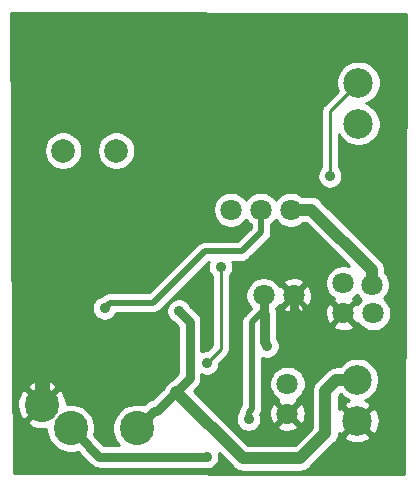
<source format=gbr>
G04 #@! TF.GenerationSoftware,KiCad,Pcbnew,5.1.5-52549c5~86~ubuntu18.04.1*
G04 #@! TF.CreationDate,2020-08-23T11:51:57-07:00*
G04 #@! TF.ProjectId,heat2sound_rx_rev01,68656174-3273-46f7-956e-645f72785f72,rev?*
G04 #@! TF.SameCoordinates,Original*
G04 #@! TF.FileFunction,Copper,L2,Bot*
G04 #@! TF.FilePolarity,Positive*
%FSLAX46Y46*%
G04 Gerber Fmt 4.6, Leading zero omitted, Abs format (unit mm)*
G04 Created by KiCad (PCBNEW 5.1.5-52549c5~86~ubuntu18.04.1) date 2020-08-23 11:51:57*
%MOMM*%
%LPD*%
G04 APERTURE LIST*
%ADD10C,1.800000*%
%ADD11C,2.900000*%
%ADD12C,1.998980*%
%ADD13C,2.500000*%
%ADD14C,0.889000*%
%ADD15C,1.270000*%
%ADD16C,0.762000*%
%ADD17C,1.016000*%
%ADD18C,0.508000*%
%ADD19C,0.254000*%
G04 APERTURE END LIST*
D10*
X176009840Y-121000000D03*
X173469840Y-121000000D03*
X175500000Y-128490160D03*
X175500000Y-131030160D03*
D11*
X162750000Y-132250000D03*
X157150000Y-132250000D03*
X154700000Y-130250000D03*
D12*
X161000760Y-108750000D03*
X156499880Y-108750000D03*
D10*
X175790000Y-113750000D03*
X173250000Y-113750000D03*
X170710000Y-113750000D03*
D13*
X181400000Y-128149940D03*
X181400000Y-131650060D03*
X181500000Y-102999940D03*
X181500000Y-106500060D03*
D10*
X182770000Y-122520000D03*
X180230000Y-122520000D03*
X180230000Y-119980000D03*
X182627000Y-120123000D03*
D14*
X156760000Y-125130000D03*
X169270000Y-109100000D03*
X171610000Y-106690000D03*
X164390000Y-116630000D03*
X156510000Y-116840000D03*
X183730000Y-116160000D03*
X162890000Y-126800000D03*
X166313271Y-122339689D03*
X168650000Y-134660000D03*
X172200000Y-131500000D03*
X173770000Y-125290000D03*
X179080000Y-110920000D03*
X160007500Y-122070000D03*
X168670000Y-126730000D03*
X169840000Y-118580000D03*
D15*
X154700000Y-128199391D02*
X155910000Y-126989391D01*
X154700000Y-130250000D02*
X154700000Y-128199391D01*
D16*
X176009840Y-122272792D02*
X176750000Y-123012952D01*
X176009840Y-121000000D02*
X176009840Y-122272792D01*
X176750000Y-123012952D02*
X176750000Y-123750000D01*
X164199999Y-130800001D02*
X164409999Y-130800001D01*
X162750000Y-132250000D02*
X164199999Y-130800001D01*
X167210000Y-128000000D02*
X167210000Y-123236418D01*
X167210000Y-123236418D02*
X166313271Y-122339689D01*
D17*
X179632234Y-128149940D02*
X178700000Y-129082174D01*
X181400000Y-128149940D02*
X179632234Y-128149940D01*
X178700000Y-129082174D02*
X178700000Y-132700000D01*
X178700000Y-132700000D02*
X176600000Y-134800000D01*
X171700000Y-134800000D02*
X166100000Y-129200000D01*
X176600000Y-134800000D02*
X171700000Y-134800000D01*
D16*
X164409999Y-130800001D02*
X166100000Y-129200000D01*
X166100000Y-129200000D02*
X167210000Y-128000000D01*
X157150000Y-132250000D02*
X158599999Y-133699999D01*
D18*
X160000000Y-134800000D02*
X168360000Y-134570000D01*
D16*
X160140000Y-134660000D02*
X168650000Y-134660000D01*
X159560000Y-134660000D02*
X157150000Y-132250000D01*
X168650000Y-134660000D02*
X159560000Y-134660000D01*
D18*
X172200000Y-130871383D02*
X172460000Y-130611383D01*
X172200000Y-131500000D02*
X172200000Y-130871383D01*
X172460000Y-123290000D02*
X173480000Y-122270000D01*
X172460000Y-130611383D02*
X172460000Y-123290000D01*
X173770000Y-122560000D02*
X173480000Y-122270000D01*
X173770000Y-125290000D02*
X173770000Y-122560000D01*
D16*
X173469840Y-124989840D02*
X173770000Y-125290000D01*
X173469840Y-121000000D02*
X173469840Y-124989840D01*
D19*
X179080000Y-105419940D02*
X179999940Y-104500000D01*
X179080000Y-110920000D02*
X179080000Y-105419940D01*
X179999940Y-104500000D02*
X181500000Y-102999940D01*
D17*
X177062792Y-113750000D02*
X175790000Y-113750000D01*
X177526792Y-113750000D02*
X177062792Y-113750000D01*
X182627000Y-118850208D02*
X177526792Y-113750000D01*
X182627000Y-120123000D02*
X182627000Y-118850208D01*
D18*
X160451999Y-121625501D02*
X164144499Y-121625501D01*
X160007500Y-122070000D02*
X160451999Y-121625501D01*
X164144499Y-121625501D02*
X168490000Y-117280000D01*
X168490000Y-117280000D02*
X171620000Y-117280000D01*
X173250000Y-115650000D02*
X173250000Y-113750000D01*
X171620000Y-117280000D02*
X173250000Y-115650000D01*
D19*
X168670000Y-126730000D02*
X169840000Y-125560000D01*
X169840000Y-125560000D02*
X169840000Y-118580000D01*
G36*
X185521318Y-97185783D02*
G01*
X185373483Y-136122559D01*
X152328748Y-136007489D01*
X152306528Y-131706052D01*
X153423553Y-131706052D01*
X153573548Y-132016493D01*
X153939819Y-132202311D01*
X154335303Y-132313101D01*
X154744801Y-132344609D01*
X155073000Y-132305181D01*
X155073000Y-132454567D01*
X155152818Y-132855839D01*
X155309386Y-133233829D01*
X155536689Y-133574011D01*
X155825989Y-133863311D01*
X156166171Y-134090614D01*
X156544161Y-134247182D01*
X156945433Y-134327000D01*
X157354567Y-134327000D01*
X157727326Y-134252853D01*
X158812224Y-135337751D01*
X158843788Y-135376212D01*
X158882249Y-135407776D01*
X158882251Y-135407778D01*
X158997276Y-135502177D01*
X159172389Y-135595776D01*
X159362397Y-135653415D01*
X159510482Y-135668000D01*
X159510493Y-135668000D01*
X159560000Y-135672876D01*
X159609507Y-135668000D01*
X159834156Y-135668000D01*
X159851238Y-135672673D01*
X159980973Y-135681856D01*
X160484609Y-135668000D01*
X168283562Y-135668000D01*
X168337455Y-135690323D01*
X168544466Y-135731500D01*
X168755534Y-135731500D01*
X168962545Y-135690323D01*
X169157546Y-135609551D01*
X169333042Y-135492289D01*
X169482289Y-135343042D01*
X169599551Y-135167546D01*
X169680323Y-134972545D01*
X169721500Y-134765534D01*
X169721500Y-134554466D01*
X169689758Y-134394890D01*
X170858009Y-135563141D01*
X170893551Y-135606449D01*
X171066377Y-135748284D01*
X171263553Y-135853676D01*
X171477501Y-135918577D01*
X171700000Y-135940491D01*
X171755751Y-135935000D01*
X176544249Y-135935000D01*
X176600000Y-135940491D01*
X176655751Y-135935000D01*
X176655752Y-135935000D01*
X176822499Y-135918577D01*
X177036447Y-135853676D01*
X177233623Y-135748284D01*
X177406449Y-135606449D01*
X177441996Y-135563135D01*
X179463141Y-133541991D01*
X179506449Y-133506449D01*
X179648284Y-133333623D01*
X179753676Y-133136447D01*
X179806089Y-132963665D01*
X180266000Y-132963665D01*
X180391914Y-133253637D01*
X180724126Y-133419493D01*
X181082312Y-133517350D01*
X181452706Y-133543449D01*
X181821075Y-133496785D01*
X182173262Y-133379154D01*
X182408086Y-133253637D01*
X182534000Y-132963665D01*
X181400000Y-131829665D01*
X180266000Y-132963665D01*
X179806089Y-132963665D01*
X179818577Y-132922499D01*
X179835000Y-132755752D01*
X179835000Y-132755743D01*
X179840490Y-132700001D01*
X179838152Y-132676266D01*
X180086395Y-132784060D01*
X181220395Y-131650060D01*
X181579605Y-131650060D01*
X182713605Y-132784060D01*
X183003577Y-132658146D01*
X183169433Y-132325934D01*
X183267290Y-131967748D01*
X183293389Y-131597354D01*
X183246725Y-131228985D01*
X183129094Y-130876798D01*
X183003577Y-130641974D01*
X182713605Y-130516060D01*
X181579605Y-131650060D01*
X181220395Y-131650060D01*
X180086395Y-130516060D01*
X179835000Y-130625223D01*
X179835000Y-129552305D01*
X179991443Y-129395862D01*
X180203482Y-129607901D01*
X180510907Y-129813316D01*
X180706489Y-129894329D01*
X180626738Y-129920966D01*
X180391914Y-130046483D01*
X180266000Y-130336455D01*
X181400000Y-131470455D01*
X182534000Y-130336455D01*
X182408086Y-130046483D01*
X182098871Y-129892108D01*
X182289093Y-129813316D01*
X182596518Y-129607901D01*
X182857961Y-129346458D01*
X183063376Y-129039033D01*
X183204868Y-128697441D01*
X183277000Y-128334808D01*
X183277000Y-127965072D01*
X183204868Y-127602439D01*
X183063376Y-127260847D01*
X182857961Y-126953422D01*
X182596518Y-126691979D01*
X182289093Y-126486564D01*
X181947501Y-126345072D01*
X181584868Y-126272940D01*
X181215132Y-126272940D01*
X180852499Y-126345072D01*
X180510907Y-126486564D01*
X180203482Y-126691979D01*
X179942039Y-126953422D01*
X179900934Y-127014940D01*
X179687985Y-127014940D01*
X179632234Y-127009449D01*
X179576482Y-127014940D01*
X179409735Y-127031363D01*
X179195787Y-127096264D01*
X178998611Y-127201656D01*
X178825785Y-127343491D01*
X178790242Y-127386800D01*
X177936864Y-128240179D01*
X177893551Y-128275725D01*
X177751716Y-128448551D01*
X177678042Y-128586387D01*
X177646324Y-128645728D01*
X177581423Y-128859676D01*
X177559509Y-129082174D01*
X177565000Y-129137926D01*
X177565001Y-132229867D01*
X176129869Y-133665000D01*
X172170132Y-133665000D01*
X169899598Y-131394466D01*
X171128500Y-131394466D01*
X171128500Y-131605534D01*
X171169677Y-131812545D01*
X171250449Y-132007546D01*
X171367711Y-132183042D01*
X171516958Y-132332289D01*
X171692454Y-132449551D01*
X171887455Y-132530323D01*
X172094466Y-132571500D01*
X172305534Y-132571500D01*
X172512545Y-132530323D01*
X172707546Y-132449551D01*
X172883042Y-132332289D01*
X173032289Y-132183042D01*
X173091624Y-132094240D01*
X174615525Y-132094240D01*
X174699208Y-132348421D01*
X174971775Y-132479318D01*
X175264642Y-132554525D01*
X175566553Y-132571151D01*
X175865907Y-132528557D01*
X176151199Y-132428382D01*
X176300792Y-132348421D01*
X176384475Y-132094240D01*
X175500000Y-131209765D01*
X174615525Y-132094240D01*
X173091624Y-132094240D01*
X173149551Y-132007546D01*
X173230323Y-131812545D01*
X173271500Y-131605534D01*
X173271500Y-131394466D01*
X173230323Y-131187455D01*
X173195642Y-131103727D01*
X173196068Y-131103208D01*
X173199539Y-131096713D01*
X173959009Y-131096713D01*
X174001603Y-131396067D01*
X174101778Y-131681359D01*
X174181739Y-131830952D01*
X174435920Y-131914635D01*
X175320395Y-131030160D01*
X175679605Y-131030160D01*
X176564080Y-131914635D01*
X176818261Y-131830952D01*
X176949158Y-131558385D01*
X177024365Y-131265518D01*
X177040991Y-130963607D01*
X176998397Y-130664253D01*
X176898222Y-130378961D01*
X176818261Y-130229368D01*
X176564080Y-130145685D01*
X175679605Y-131030160D01*
X175320395Y-131030160D01*
X174435920Y-130145685D01*
X174181739Y-130229368D01*
X174050842Y-130501935D01*
X173975635Y-130794802D01*
X173959009Y-131096713D01*
X173199539Y-131096713D01*
X173277875Y-130950158D01*
X173328252Y-130784089D01*
X173341000Y-130654656D01*
X173341000Y-130654653D01*
X173345262Y-130611383D01*
X173341000Y-130568113D01*
X173341000Y-128339764D01*
X173973000Y-128339764D01*
X173973000Y-128640556D01*
X174031681Y-128935570D01*
X174146790Y-129213466D01*
X174313901Y-129463566D01*
X174526594Y-129676259D01*
X174677701Y-129777225D01*
X174615525Y-129966080D01*
X175500000Y-130850555D01*
X176384475Y-129966080D01*
X176322299Y-129777225D01*
X176473406Y-129676259D01*
X176686099Y-129463566D01*
X176853210Y-129213466D01*
X176968319Y-128935570D01*
X177027000Y-128640556D01*
X177027000Y-128339764D01*
X176968319Y-128044750D01*
X176853210Y-127766854D01*
X176686099Y-127516754D01*
X176473406Y-127304061D01*
X176223306Y-127136950D01*
X175945410Y-127021841D01*
X175650396Y-126963160D01*
X175349604Y-126963160D01*
X175054590Y-127021841D01*
X174776694Y-127136950D01*
X174526594Y-127304061D01*
X174313901Y-127516754D01*
X174146790Y-127766854D01*
X174031681Y-128044750D01*
X173973000Y-128339764D01*
X173341000Y-128339764D01*
X173341000Y-126272086D01*
X173457455Y-126320323D01*
X173664466Y-126361500D01*
X173875534Y-126361500D01*
X174082545Y-126320323D01*
X174277546Y-126239551D01*
X174453042Y-126122289D01*
X174602289Y-125973042D01*
X174719551Y-125797546D01*
X174800323Y-125602545D01*
X174841500Y-125395534D01*
X174841500Y-125184466D01*
X174800323Y-124977455D01*
X174719551Y-124782454D01*
X174651000Y-124679860D01*
X174651000Y-123584080D01*
X179345525Y-123584080D01*
X179429208Y-123838261D01*
X179701775Y-123969158D01*
X179994642Y-124044365D01*
X180296553Y-124060991D01*
X180595907Y-124018397D01*
X180881199Y-123918222D01*
X181030792Y-123838261D01*
X181114475Y-123584080D01*
X180230000Y-122699605D01*
X179345525Y-123584080D01*
X174651000Y-123584080D01*
X174651000Y-122603270D01*
X174652646Y-122586553D01*
X178689009Y-122586553D01*
X178731603Y-122885907D01*
X178831778Y-123171199D01*
X178911739Y-123320792D01*
X179165920Y-123404475D01*
X180050395Y-122520000D01*
X179165920Y-121635525D01*
X178911739Y-121719208D01*
X178780842Y-121991775D01*
X178705635Y-122284642D01*
X178689009Y-122586553D01*
X174652646Y-122586553D01*
X174655262Y-122560000D01*
X174651000Y-122516727D01*
X174638252Y-122387294D01*
X174587875Y-122221225D01*
X174525262Y-122104083D01*
X174565265Y-122064080D01*
X175125365Y-122064080D01*
X175209048Y-122318261D01*
X175481615Y-122449158D01*
X175774482Y-122524365D01*
X176076393Y-122540991D01*
X176375747Y-122498397D01*
X176661039Y-122398222D01*
X176810632Y-122318261D01*
X176894315Y-122064080D01*
X176009840Y-121179605D01*
X175125365Y-122064080D01*
X174565265Y-122064080D01*
X174655939Y-121973406D01*
X174756905Y-121822299D01*
X174945760Y-121884475D01*
X175830235Y-121000000D01*
X176189445Y-121000000D01*
X177073920Y-121884475D01*
X177328101Y-121800792D01*
X177458998Y-121528225D01*
X177534205Y-121235358D01*
X177550831Y-120933447D01*
X177508237Y-120634093D01*
X177408062Y-120348801D01*
X177328101Y-120199208D01*
X177073920Y-120115525D01*
X176189445Y-121000000D01*
X175830235Y-121000000D01*
X174945760Y-120115525D01*
X174756905Y-120177701D01*
X174655939Y-120026594D01*
X174565265Y-119935920D01*
X175125365Y-119935920D01*
X176009840Y-120820395D01*
X176894315Y-119935920D01*
X176810632Y-119681739D01*
X176538065Y-119550842D01*
X176245198Y-119475635D01*
X175943287Y-119459009D01*
X175643933Y-119501603D01*
X175358641Y-119601778D01*
X175209048Y-119681739D01*
X175125365Y-119935920D01*
X174565265Y-119935920D01*
X174443246Y-119813901D01*
X174193146Y-119646790D01*
X173915250Y-119531681D01*
X173620236Y-119473000D01*
X173319444Y-119473000D01*
X173024430Y-119531681D01*
X172746534Y-119646790D01*
X172496434Y-119813901D01*
X172283741Y-120026594D01*
X172116630Y-120276694D01*
X172001521Y-120554590D01*
X171942840Y-120849604D01*
X171942840Y-121150396D01*
X172001521Y-121445410D01*
X172116630Y-121723306D01*
X172283741Y-121973406D01*
X172407207Y-122096872D01*
X171867640Y-122636439D01*
X171834026Y-122664025D01*
X171806441Y-122697638D01*
X171723932Y-122798175D01*
X171642125Y-122951226D01*
X171591749Y-123117295D01*
X171574738Y-123290000D01*
X171579001Y-123333280D01*
X171579000Y-130241326D01*
X171574026Y-130245408D01*
X171546441Y-130279021D01*
X171463932Y-130379558D01*
X171382125Y-130532609D01*
X171369173Y-130575308D01*
X171331748Y-130698677D01*
X171319000Y-130828110D01*
X171314738Y-130871383D01*
X171316872Y-130893045D01*
X171250449Y-130992454D01*
X171169677Y-131187455D01*
X171128500Y-131394466D01*
X169899598Y-131394466D01*
X167584601Y-129079470D01*
X167902978Y-128735280D01*
X167926212Y-128716212D01*
X167970237Y-128662567D01*
X167983597Y-128648124D01*
X168001663Y-128624275D01*
X168052176Y-128562724D01*
X168061498Y-128545284D01*
X168073446Y-128529511D01*
X168108235Y-128457846D01*
X168145776Y-128387611D01*
X168151519Y-128368680D01*
X168160156Y-128350887D01*
X168180288Y-128273843D01*
X168203415Y-128197603D01*
X168205354Y-128177911D01*
X168210354Y-128158778D01*
X168215068Y-128079291D01*
X168218000Y-128049518D01*
X168218000Y-128029842D01*
X168222108Y-127960568D01*
X168218000Y-127930796D01*
X168218000Y-127702559D01*
X168357455Y-127760323D01*
X168564466Y-127801500D01*
X168775534Y-127801500D01*
X168982545Y-127760323D01*
X169177546Y-127679551D01*
X169353042Y-127562289D01*
X169502289Y-127413042D01*
X169619551Y-127237546D01*
X169700323Y-127042545D01*
X169741500Y-126835534D01*
X169741500Y-126724816D01*
X170346969Y-126119348D01*
X170375738Y-126095738D01*
X170469961Y-125980927D01*
X170539975Y-125849939D01*
X170583090Y-125707810D01*
X170594000Y-125597039D01*
X170594000Y-125597038D01*
X170597648Y-125560000D01*
X170594000Y-125522961D01*
X170594000Y-119341331D01*
X170672289Y-119263042D01*
X170789551Y-119087546D01*
X170870323Y-118892545D01*
X170911500Y-118685534D01*
X170911500Y-118474466D01*
X170870323Y-118267455D01*
X170826228Y-118161000D01*
X171576730Y-118161000D01*
X171620000Y-118165262D01*
X171663270Y-118161000D01*
X171663273Y-118161000D01*
X171792706Y-118148252D01*
X171958775Y-118097875D01*
X172111825Y-118016068D01*
X172245975Y-117905975D01*
X172273566Y-117872355D01*
X173842362Y-116303560D01*
X173875975Y-116275975D01*
X173930137Y-116209978D01*
X173986068Y-116141826D01*
X174014563Y-116088514D01*
X174067875Y-115988775D01*
X174118252Y-115822706D01*
X174131000Y-115693273D01*
X174131000Y-115693271D01*
X174135262Y-115650001D01*
X174131000Y-115606731D01*
X174131000Y-114997843D01*
X174223406Y-114936099D01*
X174436099Y-114723406D01*
X174520000Y-114597839D01*
X174603901Y-114723406D01*
X174816594Y-114936099D01*
X175066694Y-115103210D01*
X175344590Y-115218319D01*
X175639604Y-115277000D01*
X175940396Y-115277000D01*
X176235410Y-115218319D01*
X176513306Y-115103210D01*
X176763406Y-114936099D01*
X176814505Y-114885000D01*
X177056661Y-114885000D01*
X180688950Y-118517289D01*
X180675410Y-118511681D01*
X180380396Y-118453000D01*
X180079604Y-118453000D01*
X179784590Y-118511681D01*
X179506694Y-118626790D01*
X179256594Y-118793901D01*
X179043901Y-119006594D01*
X178876790Y-119256694D01*
X178761681Y-119534590D01*
X178703000Y-119829604D01*
X178703000Y-120130396D01*
X178761681Y-120425410D01*
X178876790Y-120703306D01*
X179043901Y-120953406D01*
X179256594Y-121166099D01*
X179407701Y-121267065D01*
X179345525Y-121455920D01*
X180230000Y-122340395D01*
X181114475Y-121455920D01*
X181052299Y-121267065D01*
X181203406Y-121166099D01*
X181373689Y-120995816D01*
X181440901Y-121096406D01*
X181653594Y-121309099D01*
X181754184Y-121376311D01*
X181583901Y-121546594D01*
X181482935Y-121697701D01*
X181294080Y-121635525D01*
X180409605Y-122520000D01*
X181294080Y-123404475D01*
X181482935Y-123342299D01*
X181583901Y-123493406D01*
X181796594Y-123706099D01*
X182046694Y-123873210D01*
X182324590Y-123988319D01*
X182619604Y-124047000D01*
X182920396Y-124047000D01*
X183215410Y-123988319D01*
X183493306Y-123873210D01*
X183743406Y-123706099D01*
X183956099Y-123493406D01*
X184123210Y-123243306D01*
X184238319Y-122965410D01*
X184297000Y-122670396D01*
X184297000Y-122369604D01*
X184238319Y-122074590D01*
X184123210Y-121796694D01*
X183956099Y-121546594D01*
X183743406Y-121333901D01*
X183642816Y-121266689D01*
X183813099Y-121096406D01*
X183980210Y-120846306D01*
X184095319Y-120568410D01*
X184154000Y-120273396D01*
X184154000Y-119972604D01*
X184095319Y-119677590D01*
X183980210Y-119399694D01*
X183813099Y-119149594D01*
X183762000Y-119098495D01*
X183762000Y-118905949D01*
X183767490Y-118850207D01*
X183762000Y-118794465D01*
X183762000Y-118794456D01*
X183745577Y-118627709D01*
X183680676Y-118413761D01*
X183575284Y-118216585D01*
X183433449Y-118043759D01*
X183390141Y-118008217D01*
X178368788Y-112986865D01*
X178333241Y-112943551D01*
X178160415Y-112801716D01*
X177963239Y-112696324D01*
X177749291Y-112631423D01*
X177582544Y-112615000D01*
X177582543Y-112615000D01*
X177526792Y-112609509D01*
X177471041Y-112615000D01*
X176814505Y-112615000D01*
X176763406Y-112563901D01*
X176513306Y-112396790D01*
X176235410Y-112281681D01*
X175940396Y-112223000D01*
X175639604Y-112223000D01*
X175344590Y-112281681D01*
X175066694Y-112396790D01*
X174816594Y-112563901D01*
X174603901Y-112776594D01*
X174520000Y-112902161D01*
X174436099Y-112776594D01*
X174223406Y-112563901D01*
X173973306Y-112396790D01*
X173695410Y-112281681D01*
X173400396Y-112223000D01*
X173099604Y-112223000D01*
X172804590Y-112281681D01*
X172526694Y-112396790D01*
X172276594Y-112563901D01*
X172063901Y-112776594D01*
X171980000Y-112902161D01*
X171896099Y-112776594D01*
X171683406Y-112563901D01*
X171433306Y-112396790D01*
X171155410Y-112281681D01*
X170860396Y-112223000D01*
X170559604Y-112223000D01*
X170264590Y-112281681D01*
X169986694Y-112396790D01*
X169736594Y-112563901D01*
X169523901Y-112776594D01*
X169356790Y-113026694D01*
X169241681Y-113304590D01*
X169183000Y-113599604D01*
X169183000Y-113900396D01*
X169241681Y-114195410D01*
X169356790Y-114473306D01*
X169523901Y-114723406D01*
X169736594Y-114936099D01*
X169986694Y-115103210D01*
X170264590Y-115218319D01*
X170559604Y-115277000D01*
X170860396Y-115277000D01*
X171155410Y-115218319D01*
X171433306Y-115103210D01*
X171683406Y-114936099D01*
X171896099Y-114723406D01*
X171980000Y-114597839D01*
X172063901Y-114723406D01*
X172276594Y-114936099D01*
X172369000Y-114997843D01*
X172369000Y-115285078D01*
X171255079Y-116399000D01*
X168533269Y-116399000D01*
X168489999Y-116394738D01*
X168446729Y-116399000D01*
X168446727Y-116399000D01*
X168317294Y-116411748D01*
X168151225Y-116462125D01*
X168140468Y-116467875D01*
X167998174Y-116543932D01*
X167930022Y-116599863D01*
X167864025Y-116654025D01*
X167836440Y-116687638D01*
X163779578Y-120744501D01*
X160495269Y-120744501D01*
X160451999Y-120740239D01*
X160408729Y-120744501D01*
X160408726Y-120744501D01*
X160279293Y-120757249D01*
X160113224Y-120807626D01*
X159960174Y-120889433D01*
X159826024Y-120999526D01*
X159812215Y-121016353D01*
X159694955Y-121039677D01*
X159499954Y-121120449D01*
X159324458Y-121237711D01*
X159175211Y-121386958D01*
X159057949Y-121562454D01*
X158977177Y-121757455D01*
X158936000Y-121964466D01*
X158936000Y-122175534D01*
X158977177Y-122382545D01*
X159057949Y-122577546D01*
X159175211Y-122753042D01*
X159324458Y-122902289D01*
X159499954Y-123019551D01*
X159694955Y-123100323D01*
X159901966Y-123141500D01*
X160113034Y-123141500D01*
X160320045Y-123100323D01*
X160515046Y-123019551D01*
X160690542Y-122902289D01*
X160839789Y-122753042D01*
X160957051Y-122577546D01*
X160986479Y-122506501D01*
X164101229Y-122506501D01*
X164144499Y-122510763D01*
X164187769Y-122506501D01*
X164187772Y-122506501D01*
X164317205Y-122493753D01*
X164483274Y-122443376D01*
X164636324Y-122361569D01*
X164770474Y-122251476D01*
X164798065Y-122217856D01*
X168852959Y-118162963D01*
X168809677Y-118267455D01*
X168768500Y-118474466D01*
X168768500Y-118685534D01*
X168809677Y-118892545D01*
X168890449Y-119087546D01*
X169007711Y-119263042D01*
X169086001Y-119341332D01*
X169086000Y-125247683D01*
X168675184Y-125658500D01*
X168564466Y-125658500D01*
X168357455Y-125699677D01*
X168218000Y-125757441D01*
X168218000Y-123285924D01*
X168222876Y-123236417D01*
X168218000Y-123186910D01*
X168218000Y-123186900D01*
X168203415Y-123038815D01*
X168145776Y-122848807D01*
X168095826Y-122755358D01*
X168052176Y-122673693D01*
X167957777Y-122558668D01*
X167957776Y-122558667D01*
X167926212Y-122520206D01*
X167887751Y-122488642D01*
X167285145Y-121886036D01*
X167262822Y-121832143D01*
X167145560Y-121656647D01*
X166996313Y-121507400D01*
X166820817Y-121390138D01*
X166625816Y-121309366D01*
X166418805Y-121268189D01*
X166207737Y-121268189D01*
X166000726Y-121309366D01*
X165805725Y-121390138D01*
X165630229Y-121507400D01*
X165480982Y-121656647D01*
X165363720Y-121832143D01*
X165282948Y-122027144D01*
X165241771Y-122234155D01*
X165241771Y-122445223D01*
X165282948Y-122652234D01*
X165363720Y-122847235D01*
X165480982Y-123022731D01*
X165630229Y-123171978D01*
X165805725Y-123289240D01*
X165859618Y-123311563D01*
X166202001Y-123653946D01*
X166202000Y-127605285D01*
X165716355Y-128130307D01*
X165663554Y-128146324D01*
X165466378Y-128251717D01*
X165293552Y-128393552D01*
X165151717Y-128566378D01*
X165046324Y-128763554D01*
X165026781Y-128827977D01*
X163988756Y-129810724D01*
X163812388Y-129864225D01*
X163749304Y-129897944D01*
X163637274Y-129957825D01*
X163522249Y-130052224D01*
X163483787Y-130083789D01*
X163452223Y-130122250D01*
X163327326Y-130247147D01*
X162954567Y-130173000D01*
X162545433Y-130173000D01*
X162144161Y-130252818D01*
X161766171Y-130409386D01*
X161425989Y-130636689D01*
X161136689Y-130925989D01*
X160909386Y-131266171D01*
X160752818Y-131644161D01*
X160673000Y-132045433D01*
X160673000Y-132454567D01*
X160752818Y-132855839D01*
X160909386Y-133233829D01*
X161136689Y-133574011D01*
X161214678Y-133652000D01*
X159977527Y-133652000D01*
X159152853Y-132827326D01*
X159227000Y-132454567D01*
X159227000Y-132045433D01*
X159147182Y-131644161D01*
X158990614Y-131266171D01*
X158763311Y-130925989D01*
X158474011Y-130636689D01*
X158133829Y-130409386D01*
X157755839Y-130252818D01*
X157354567Y-130173000D01*
X156945433Y-130173000D01*
X156794351Y-130203052D01*
X156745621Y-129797423D01*
X156618021Y-129407038D01*
X156466493Y-129123548D01*
X156156052Y-128973553D01*
X154879605Y-130250000D01*
X154893748Y-130264143D01*
X154714143Y-130443748D01*
X154700000Y-130429605D01*
X153423553Y-131706052D01*
X152306528Y-131706052D01*
X152299237Y-130294801D01*
X152605391Y-130294801D01*
X152654379Y-130702577D01*
X152781979Y-131092962D01*
X152933507Y-131376452D01*
X153243948Y-131526447D01*
X154520395Y-130250000D01*
X153243948Y-128973553D01*
X152933507Y-129123548D01*
X152747689Y-129489819D01*
X152636899Y-129885303D01*
X152605391Y-130294801D01*
X152299237Y-130294801D01*
X152291484Y-128793948D01*
X153423553Y-128793948D01*
X154700000Y-130070395D01*
X155976447Y-128793948D01*
X155826452Y-128483507D01*
X155460181Y-128297689D01*
X155064697Y-128186899D01*
X154655199Y-128155391D01*
X154247423Y-128204379D01*
X153857038Y-128331979D01*
X153573548Y-128483507D01*
X153423553Y-128793948D01*
X152291484Y-128793948D01*
X152198604Y-110814466D01*
X178008500Y-110814466D01*
X178008500Y-111025534D01*
X178049677Y-111232545D01*
X178130449Y-111427546D01*
X178247711Y-111603042D01*
X178396958Y-111752289D01*
X178572454Y-111869551D01*
X178767455Y-111950323D01*
X178974466Y-111991500D01*
X179185534Y-111991500D01*
X179392545Y-111950323D01*
X179587546Y-111869551D01*
X179763042Y-111752289D01*
X179912289Y-111603042D01*
X180029551Y-111427546D01*
X180110323Y-111232545D01*
X180151500Y-111025534D01*
X180151500Y-110814466D01*
X180110323Y-110607455D01*
X180029551Y-110412454D01*
X179912289Y-110236958D01*
X179834000Y-110158669D01*
X179834000Y-107382818D01*
X179836624Y-107389153D01*
X180042039Y-107696578D01*
X180303482Y-107958021D01*
X180610907Y-108163436D01*
X180952499Y-108304928D01*
X181315132Y-108377060D01*
X181684868Y-108377060D01*
X182047501Y-108304928D01*
X182389093Y-108163436D01*
X182696518Y-107958021D01*
X182957961Y-107696578D01*
X183163376Y-107389153D01*
X183304868Y-107047561D01*
X183377000Y-106684928D01*
X183377000Y-106315192D01*
X183304868Y-105952559D01*
X183163376Y-105610967D01*
X182957961Y-105303542D01*
X182696518Y-105042099D01*
X182389093Y-104836684D01*
X182179819Y-104750000D01*
X182389093Y-104663316D01*
X182696518Y-104457901D01*
X182957961Y-104196458D01*
X183163376Y-103889033D01*
X183304868Y-103547441D01*
X183377000Y-103184808D01*
X183377000Y-102815072D01*
X183304868Y-102452439D01*
X183163376Y-102110847D01*
X182957961Y-101803422D01*
X182696518Y-101541979D01*
X182389093Y-101336564D01*
X182047501Y-101195072D01*
X181684868Y-101122940D01*
X181315132Y-101122940D01*
X180952499Y-101195072D01*
X180610907Y-101336564D01*
X180303482Y-101541979D01*
X180042039Y-101803422D01*
X179836624Y-102110847D01*
X179695132Y-102452439D01*
X179623000Y-102815072D01*
X179623000Y-103184808D01*
X179695132Y-103547441D01*
X179751089Y-103682534D01*
X179492977Y-103940647D01*
X179492972Y-103940651D01*
X178573032Y-104860592D01*
X178544263Y-104884202D01*
X178520652Y-104912972D01*
X178520651Y-104912973D01*
X178450039Y-104999014D01*
X178380026Y-105130001D01*
X178336910Y-105272131D01*
X178322353Y-105419940D01*
X178326001Y-105456981D01*
X178326000Y-110158669D01*
X178247711Y-110236958D01*
X178130449Y-110412454D01*
X178049677Y-110607455D01*
X178008500Y-110814466D01*
X152198604Y-110814466D01*
X152187111Y-108589805D01*
X154873390Y-108589805D01*
X154873390Y-108910195D01*
X154935895Y-109224430D01*
X155058503Y-109520432D01*
X155236503Y-109786827D01*
X155463053Y-110013377D01*
X155729448Y-110191377D01*
X156025450Y-110313985D01*
X156339685Y-110376490D01*
X156660075Y-110376490D01*
X156974310Y-110313985D01*
X157270312Y-110191377D01*
X157536707Y-110013377D01*
X157763257Y-109786827D01*
X157941257Y-109520432D01*
X158063865Y-109224430D01*
X158126370Y-108910195D01*
X158126370Y-108589805D01*
X159374270Y-108589805D01*
X159374270Y-108910195D01*
X159436775Y-109224430D01*
X159559383Y-109520432D01*
X159737383Y-109786827D01*
X159963933Y-110013377D01*
X160230328Y-110191377D01*
X160526330Y-110313985D01*
X160840565Y-110376490D01*
X161160955Y-110376490D01*
X161475190Y-110313985D01*
X161771192Y-110191377D01*
X162037587Y-110013377D01*
X162264137Y-109786827D01*
X162442137Y-109520432D01*
X162564745Y-109224430D01*
X162627250Y-108910195D01*
X162627250Y-108589805D01*
X162564745Y-108275570D01*
X162442137Y-107979568D01*
X162264137Y-107713173D01*
X162037587Y-107486623D01*
X161771192Y-107308623D01*
X161475190Y-107186015D01*
X161160955Y-107123510D01*
X160840565Y-107123510D01*
X160526330Y-107186015D01*
X160230328Y-107308623D01*
X159963933Y-107486623D01*
X159737383Y-107713173D01*
X159559383Y-107979568D01*
X159436775Y-108275570D01*
X159374270Y-108589805D01*
X158126370Y-108589805D01*
X158063865Y-108275570D01*
X157941257Y-107979568D01*
X157763257Y-107713173D01*
X157536707Y-107486623D01*
X157270312Y-107308623D01*
X156974310Y-107186015D01*
X156660075Y-107123510D01*
X156339685Y-107123510D01*
X156025450Y-107186015D01*
X155729448Y-107308623D01*
X155463053Y-107486623D01*
X155236503Y-107713173D01*
X155058503Y-107979568D01*
X154935895Y-108275570D01*
X154873390Y-108589805D01*
X152187111Y-108589805D01*
X152127660Y-97081678D01*
X185521318Y-97185783D01*
G37*
X185521318Y-97185783D02*
X185373483Y-136122559D01*
X152328748Y-136007489D01*
X152306528Y-131706052D01*
X153423553Y-131706052D01*
X153573548Y-132016493D01*
X153939819Y-132202311D01*
X154335303Y-132313101D01*
X154744801Y-132344609D01*
X155073000Y-132305181D01*
X155073000Y-132454567D01*
X155152818Y-132855839D01*
X155309386Y-133233829D01*
X155536689Y-133574011D01*
X155825989Y-133863311D01*
X156166171Y-134090614D01*
X156544161Y-134247182D01*
X156945433Y-134327000D01*
X157354567Y-134327000D01*
X157727326Y-134252853D01*
X158812224Y-135337751D01*
X158843788Y-135376212D01*
X158882249Y-135407776D01*
X158882251Y-135407778D01*
X158997276Y-135502177D01*
X159172389Y-135595776D01*
X159362397Y-135653415D01*
X159510482Y-135668000D01*
X159510493Y-135668000D01*
X159560000Y-135672876D01*
X159609507Y-135668000D01*
X159834156Y-135668000D01*
X159851238Y-135672673D01*
X159980973Y-135681856D01*
X160484609Y-135668000D01*
X168283562Y-135668000D01*
X168337455Y-135690323D01*
X168544466Y-135731500D01*
X168755534Y-135731500D01*
X168962545Y-135690323D01*
X169157546Y-135609551D01*
X169333042Y-135492289D01*
X169482289Y-135343042D01*
X169599551Y-135167546D01*
X169680323Y-134972545D01*
X169721500Y-134765534D01*
X169721500Y-134554466D01*
X169689758Y-134394890D01*
X170858009Y-135563141D01*
X170893551Y-135606449D01*
X171066377Y-135748284D01*
X171263553Y-135853676D01*
X171477501Y-135918577D01*
X171700000Y-135940491D01*
X171755751Y-135935000D01*
X176544249Y-135935000D01*
X176600000Y-135940491D01*
X176655751Y-135935000D01*
X176655752Y-135935000D01*
X176822499Y-135918577D01*
X177036447Y-135853676D01*
X177233623Y-135748284D01*
X177406449Y-135606449D01*
X177441996Y-135563135D01*
X179463141Y-133541991D01*
X179506449Y-133506449D01*
X179648284Y-133333623D01*
X179753676Y-133136447D01*
X179806089Y-132963665D01*
X180266000Y-132963665D01*
X180391914Y-133253637D01*
X180724126Y-133419493D01*
X181082312Y-133517350D01*
X181452706Y-133543449D01*
X181821075Y-133496785D01*
X182173262Y-133379154D01*
X182408086Y-133253637D01*
X182534000Y-132963665D01*
X181400000Y-131829665D01*
X180266000Y-132963665D01*
X179806089Y-132963665D01*
X179818577Y-132922499D01*
X179835000Y-132755752D01*
X179835000Y-132755743D01*
X179840490Y-132700001D01*
X179838152Y-132676266D01*
X180086395Y-132784060D01*
X181220395Y-131650060D01*
X181579605Y-131650060D01*
X182713605Y-132784060D01*
X183003577Y-132658146D01*
X183169433Y-132325934D01*
X183267290Y-131967748D01*
X183293389Y-131597354D01*
X183246725Y-131228985D01*
X183129094Y-130876798D01*
X183003577Y-130641974D01*
X182713605Y-130516060D01*
X181579605Y-131650060D01*
X181220395Y-131650060D01*
X180086395Y-130516060D01*
X179835000Y-130625223D01*
X179835000Y-129552305D01*
X179991443Y-129395862D01*
X180203482Y-129607901D01*
X180510907Y-129813316D01*
X180706489Y-129894329D01*
X180626738Y-129920966D01*
X180391914Y-130046483D01*
X180266000Y-130336455D01*
X181400000Y-131470455D01*
X182534000Y-130336455D01*
X182408086Y-130046483D01*
X182098871Y-129892108D01*
X182289093Y-129813316D01*
X182596518Y-129607901D01*
X182857961Y-129346458D01*
X183063376Y-129039033D01*
X183204868Y-128697441D01*
X183277000Y-128334808D01*
X183277000Y-127965072D01*
X183204868Y-127602439D01*
X183063376Y-127260847D01*
X182857961Y-126953422D01*
X182596518Y-126691979D01*
X182289093Y-126486564D01*
X181947501Y-126345072D01*
X181584868Y-126272940D01*
X181215132Y-126272940D01*
X180852499Y-126345072D01*
X180510907Y-126486564D01*
X180203482Y-126691979D01*
X179942039Y-126953422D01*
X179900934Y-127014940D01*
X179687985Y-127014940D01*
X179632234Y-127009449D01*
X179576482Y-127014940D01*
X179409735Y-127031363D01*
X179195787Y-127096264D01*
X178998611Y-127201656D01*
X178825785Y-127343491D01*
X178790242Y-127386800D01*
X177936864Y-128240179D01*
X177893551Y-128275725D01*
X177751716Y-128448551D01*
X177678042Y-128586387D01*
X177646324Y-128645728D01*
X177581423Y-128859676D01*
X177559509Y-129082174D01*
X177565000Y-129137926D01*
X177565001Y-132229867D01*
X176129869Y-133665000D01*
X172170132Y-133665000D01*
X169899598Y-131394466D01*
X171128500Y-131394466D01*
X171128500Y-131605534D01*
X171169677Y-131812545D01*
X171250449Y-132007546D01*
X171367711Y-132183042D01*
X171516958Y-132332289D01*
X171692454Y-132449551D01*
X171887455Y-132530323D01*
X172094466Y-132571500D01*
X172305534Y-132571500D01*
X172512545Y-132530323D01*
X172707546Y-132449551D01*
X172883042Y-132332289D01*
X173032289Y-132183042D01*
X173091624Y-132094240D01*
X174615525Y-132094240D01*
X174699208Y-132348421D01*
X174971775Y-132479318D01*
X175264642Y-132554525D01*
X175566553Y-132571151D01*
X175865907Y-132528557D01*
X176151199Y-132428382D01*
X176300792Y-132348421D01*
X176384475Y-132094240D01*
X175500000Y-131209765D01*
X174615525Y-132094240D01*
X173091624Y-132094240D01*
X173149551Y-132007546D01*
X173230323Y-131812545D01*
X173271500Y-131605534D01*
X173271500Y-131394466D01*
X173230323Y-131187455D01*
X173195642Y-131103727D01*
X173196068Y-131103208D01*
X173199539Y-131096713D01*
X173959009Y-131096713D01*
X174001603Y-131396067D01*
X174101778Y-131681359D01*
X174181739Y-131830952D01*
X174435920Y-131914635D01*
X175320395Y-131030160D01*
X175679605Y-131030160D01*
X176564080Y-131914635D01*
X176818261Y-131830952D01*
X176949158Y-131558385D01*
X177024365Y-131265518D01*
X177040991Y-130963607D01*
X176998397Y-130664253D01*
X176898222Y-130378961D01*
X176818261Y-130229368D01*
X176564080Y-130145685D01*
X175679605Y-131030160D01*
X175320395Y-131030160D01*
X174435920Y-130145685D01*
X174181739Y-130229368D01*
X174050842Y-130501935D01*
X173975635Y-130794802D01*
X173959009Y-131096713D01*
X173199539Y-131096713D01*
X173277875Y-130950158D01*
X173328252Y-130784089D01*
X173341000Y-130654656D01*
X173341000Y-130654653D01*
X173345262Y-130611383D01*
X173341000Y-130568113D01*
X173341000Y-128339764D01*
X173973000Y-128339764D01*
X173973000Y-128640556D01*
X174031681Y-128935570D01*
X174146790Y-129213466D01*
X174313901Y-129463566D01*
X174526594Y-129676259D01*
X174677701Y-129777225D01*
X174615525Y-129966080D01*
X175500000Y-130850555D01*
X176384475Y-129966080D01*
X176322299Y-129777225D01*
X176473406Y-129676259D01*
X176686099Y-129463566D01*
X176853210Y-129213466D01*
X176968319Y-128935570D01*
X177027000Y-128640556D01*
X177027000Y-128339764D01*
X176968319Y-128044750D01*
X176853210Y-127766854D01*
X176686099Y-127516754D01*
X176473406Y-127304061D01*
X176223306Y-127136950D01*
X175945410Y-127021841D01*
X175650396Y-126963160D01*
X175349604Y-126963160D01*
X175054590Y-127021841D01*
X174776694Y-127136950D01*
X174526594Y-127304061D01*
X174313901Y-127516754D01*
X174146790Y-127766854D01*
X174031681Y-128044750D01*
X173973000Y-128339764D01*
X173341000Y-128339764D01*
X173341000Y-126272086D01*
X173457455Y-126320323D01*
X173664466Y-126361500D01*
X173875534Y-126361500D01*
X174082545Y-126320323D01*
X174277546Y-126239551D01*
X174453042Y-126122289D01*
X174602289Y-125973042D01*
X174719551Y-125797546D01*
X174800323Y-125602545D01*
X174841500Y-125395534D01*
X174841500Y-125184466D01*
X174800323Y-124977455D01*
X174719551Y-124782454D01*
X174651000Y-124679860D01*
X174651000Y-123584080D01*
X179345525Y-123584080D01*
X179429208Y-123838261D01*
X179701775Y-123969158D01*
X179994642Y-124044365D01*
X180296553Y-124060991D01*
X180595907Y-124018397D01*
X180881199Y-123918222D01*
X181030792Y-123838261D01*
X181114475Y-123584080D01*
X180230000Y-122699605D01*
X179345525Y-123584080D01*
X174651000Y-123584080D01*
X174651000Y-122603270D01*
X174652646Y-122586553D01*
X178689009Y-122586553D01*
X178731603Y-122885907D01*
X178831778Y-123171199D01*
X178911739Y-123320792D01*
X179165920Y-123404475D01*
X180050395Y-122520000D01*
X179165920Y-121635525D01*
X178911739Y-121719208D01*
X178780842Y-121991775D01*
X178705635Y-122284642D01*
X178689009Y-122586553D01*
X174652646Y-122586553D01*
X174655262Y-122560000D01*
X174651000Y-122516727D01*
X174638252Y-122387294D01*
X174587875Y-122221225D01*
X174525262Y-122104083D01*
X174565265Y-122064080D01*
X175125365Y-122064080D01*
X175209048Y-122318261D01*
X175481615Y-122449158D01*
X175774482Y-122524365D01*
X176076393Y-122540991D01*
X176375747Y-122498397D01*
X176661039Y-122398222D01*
X176810632Y-122318261D01*
X176894315Y-122064080D01*
X176009840Y-121179605D01*
X175125365Y-122064080D01*
X174565265Y-122064080D01*
X174655939Y-121973406D01*
X174756905Y-121822299D01*
X174945760Y-121884475D01*
X175830235Y-121000000D01*
X176189445Y-121000000D01*
X177073920Y-121884475D01*
X177328101Y-121800792D01*
X177458998Y-121528225D01*
X177534205Y-121235358D01*
X177550831Y-120933447D01*
X177508237Y-120634093D01*
X177408062Y-120348801D01*
X177328101Y-120199208D01*
X177073920Y-120115525D01*
X176189445Y-121000000D01*
X175830235Y-121000000D01*
X174945760Y-120115525D01*
X174756905Y-120177701D01*
X174655939Y-120026594D01*
X174565265Y-119935920D01*
X175125365Y-119935920D01*
X176009840Y-120820395D01*
X176894315Y-119935920D01*
X176810632Y-119681739D01*
X176538065Y-119550842D01*
X176245198Y-119475635D01*
X175943287Y-119459009D01*
X175643933Y-119501603D01*
X175358641Y-119601778D01*
X175209048Y-119681739D01*
X175125365Y-119935920D01*
X174565265Y-119935920D01*
X174443246Y-119813901D01*
X174193146Y-119646790D01*
X173915250Y-119531681D01*
X173620236Y-119473000D01*
X173319444Y-119473000D01*
X173024430Y-119531681D01*
X172746534Y-119646790D01*
X172496434Y-119813901D01*
X172283741Y-120026594D01*
X172116630Y-120276694D01*
X172001521Y-120554590D01*
X171942840Y-120849604D01*
X171942840Y-121150396D01*
X172001521Y-121445410D01*
X172116630Y-121723306D01*
X172283741Y-121973406D01*
X172407207Y-122096872D01*
X171867640Y-122636439D01*
X171834026Y-122664025D01*
X171806441Y-122697638D01*
X171723932Y-122798175D01*
X171642125Y-122951226D01*
X171591749Y-123117295D01*
X171574738Y-123290000D01*
X171579001Y-123333280D01*
X171579000Y-130241326D01*
X171574026Y-130245408D01*
X171546441Y-130279021D01*
X171463932Y-130379558D01*
X171382125Y-130532609D01*
X171369173Y-130575308D01*
X171331748Y-130698677D01*
X171319000Y-130828110D01*
X171314738Y-130871383D01*
X171316872Y-130893045D01*
X171250449Y-130992454D01*
X171169677Y-131187455D01*
X171128500Y-131394466D01*
X169899598Y-131394466D01*
X167584601Y-129079470D01*
X167902978Y-128735280D01*
X167926212Y-128716212D01*
X167970237Y-128662567D01*
X167983597Y-128648124D01*
X168001663Y-128624275D01*
X168052176Y-128562724D01*
X168061498Y-128545284D01*
X168073446Y-128529511D01*
X168108235Y-128457846D01*
X168145776Y-128387611D01*
X168151519Y-128368680D01*
X168160156Y-128350887D01*
X168180288Y-128273843D01*
X168203415Y-128197603D01*
X168205354Y-128177911D01*
X168210354Y-128158778D01*
X168215068Y-128079291D01*
X168218000Y-128049518D01*
X168218000Y-128029842D01*
X168222108Y-127960568D01*
X168218000Y-127930796D01*
X168218000Y-127702559D01*
X168357455Y-127760323D01*
X168564466Y-127801500D01*
X168775534Y-127801500D01*
X168982545Y-127760323D01*
X169177546Y-127679551D01*
X169353042Y-127562289D01*
X169502289Y-127413042D01*
X169619551Y-127237546D01*
X169700323Y-127042545D01*
X169741500Y-126835534D01*
X169741500Y-126724816D01*
X170346969Y-126119348D01*
X170375738Y-126095738D01*
X170469961Y-125980927D01*
X170539975Y-125849939D01*
X170583090Y-125707810D01*
X170594000Y-125597039D01*
X170594000Y-125597038D01*
X170597648Y-125560000D01*
X170594000Y-125522961D01*
X170594000Y-119341331D01*
X170672289Y-119263042D01*
X170789551Y-119087546D01*
X170870323Y-118892545D01*
X170911500Y-118685534D01*
X170911500Y-118474466D01*
X170870323Y-118267455D01*
X170826228Y-118161000D01*
X171576730Y-118161000D01*
X171620000Y-118165262D01*
X171663270Y-118161000D01*
X171663273Y-118161000D01*
X171792706Y-118148252D01*
X171958775Y-118097875D01*
X172111825Y-118016068D01*
X172245975Y-117905975D01*
X172273566Y-117872355D01*
X173842362Y-116303560D01*
X173875975Y-116275975D01*
X173930137Y-116209978D01*
X173986068Y-116141826D01*
X174014563Y-116088514D01*
X174067875Y-115988775D01*
X174118252Y-115822706D01*
X174131000Y-115693273D01*
X174131000Y-115693271D01*
X174135262Y-115650001D01*
X174131000Y-115606731D01*
X174131000Y-114997843D01*
X174223406Y-114936099D01*
X174436099Y-114723406D01*
X174520000Y-114597839D01*
X174603901Y-114723406D01*
X174816594Y-114936099D01*
X175066694Y-115103210D01*
X175344590Y-115218319D01*
X175639604Y-115277000D01*
X175940396Y-115277000D01*
X176235410Y-115218319D01*
X176513306Y-115103210D01*
X176763406Y-114936099D01*
X176814505Y-114885000D01*
X177056661Y-114885000D01*
X180688950Y-118517289D01*
X180675410Y-118511681D01*
X180380396Y-118453000D01*
X180079604Y-118453000D01*
X179784590Y-118511681D01*
X179506694Y-118626790D01*
X179256594Y-118793901D01*
X179043901Y-119006594D01*
X178876790Y-119256694D01*
X178761681Y-119534590D01*
X178703000Y-119829604D01*
X178703000Y-120130396D01*
X178761681Y-120425410D01*
X178876790Y-120703306D01*
X179043901Y-120953406D01*
X179256594Y-121166099D01*
X179407701Y-121267065D01*
X179345525Y-121455920D01*
X180230000Y-122340395D01*
X181114475Y-121455920D01*
X181052299Y-121267065D01*
X181203406Y-121166099D01*
X181373689Y-120995816D01*
X181440901Y-121096406D01*
X181653594Y-121309099D01*
X181754184Y-121376311D01*
X181583901Y-121546594D01*
X181482935Y-121697701D01*
X181294080Y-121635525D01*
X180409605Y-122520000D01*
X181294080Y-123404475D01*
X181482935Y-123342299D01*
X181583901Y-123493406D01*
X181796594Y-123706099D01*
X182046694Y-123873210D01*
X182324590Y-123988319D01*
X182619604Y-124047000D01*
X182920396Y-124047000D01*
X183215410Y-123988319D01*
X183493306Y-123873210D01*
X183743406Y-123706099D01*
X183956099Y-123493406D01*
X184123210Y-123243306D01*
X184238319Y-122965410D01*
X184297000Y-122670396D01*
X184297000Y-122369604D01*
X184238319Y-122074590D01*
X184123210Y-121796694D01*
X183956099Y-121546594D01*
X183743406Y-121333901D01*
X183642816Y-121266689D01*
X183813099Y-121096406D01*
X183980210Y-120846306D01*
X184095319Y-120568410D01*
X184154000Y-120273396D01*
X184154000Y-119972604D01*
X184095319Y-119677590D01*
X183980210Y-119399694D01*
X183813099Y-119149594D01*
X183762000Y-119098495D01*
X183762000Y-118905949D01*
X183767490Y-118850207D01*
X183762000Y-118794465D01*
X183762000Y-118794456D01*
X183745577Y-118627709D01*
X183680676Y-118413761D01*
X183575284Y-118216585D01*
X183433449Y-118043759D01*
X183390141Y-118008217D01*
X178368788Y-112986865D01*
X178333241Y-112943551D01*
X178160415Y-112801716D01*
X177963239Y-112696324D01*
X177749291Y-112631423D01*
X177582544Y-112615000D01*
X177582543Y-112615000D01*
X177526792Y-112609509D01*
X177471041Y-112615000D01*
X176814505Y-112615000D01*
X176763406Y-112563901D01*
X176513306Y-112396790D01*
X176235410Y-112281681D01*
X175940396Y-112223000D01*
X175639604Y-112223000D01*
X175344590Y-112281681D01*
X175066694Y-112396790D01*
X174816594Y-112563901D01*
X174603901Y-112776594D01*
X174520000Y-112902161D01*
X174436099Y-112776594D01*
X174223406Y-112563901D01*
X173973306Y-112396790D01*
X173695410Y-112281681D01*
X173400396Y-112223000D01*
X173099604Y-112223000D01*
X172804590Y-112281681D01*
X172526694Y-112396790D01*
X172276594Y-112563901D01*
X172063901Y-112776594D01*
X171980000Y-112902161D01*
X171896099Y-112776594D01*
X171683406Y-112563901D01*
X171433306Y-112396790D01*
X171155410Y-112281681D01*
X170860396Y-112223000D01*
X170559604Y-112223000D01*
X170264590Y-112281681D01*
X169986694Y-112396790D01*
X169736594Y-112563901D01*
X169523901Y-112776594D01*
X169356790Y-113026694D01*
X169241681Y-113304590D01*
X169183000Y-113599604D01*
X169183000Y-113900396D01*
X169241681Y-114195410D01*
X169356790Y-114473306D01*
X169523901Y-114723406D01*
X169736594Y-114936099D01*
X169986694Y-115103210D01*
X170264590Y-115218319D01*
X170559604Y-115277000D01*
X170860396Y-115277000D01*
X171155410Y-115218319D01*
X171433306Y-115103210D01*
X171683406Y-114936099D01*
X171896099Y-114723406D01*
X171980000Y-114597839D01*
X172063901Y-114723406D01*
X172276594Y-114936099D01*
X172369000Y-114997843D01*
X172369000Y-115285078D01*
X171255079Y-116399000D01*
X168533269Y-116399000D01*
X168489999Y-116394738D01*
X168446729Y-116399000D01*
X168446727Y-116399000D01*
X168317294Y-116411748D01*
X168151225Y-116462125D01*
X168140468Y-116467875D01*
X167998174Y-116543932D01*
X167930022Y-116599863D01*
X167864025Y-116654025D01*
X167836440Y-116687638D01*
X163779578Y-120744501D01*
X160495269Y-120744501D01*
X160451999Y-120740239D01*
X160408729Y-120744501D01*
X160408726Y-120744501D01*
X160279293Y-120757249D01*
X160113224Y-120807626D01*
X159960174Y-120889433D01*
X159826024Y-120999526D01*
X159812215Y-121016353D01*
X159694955Y-121039677D01*
X159499954Y-121120449D01*
X159324458Y-121237711D01*
X159175211Y-121386958D01*
X159057949Y-121562454D01*
X158977177Y-121757455D01*
X158936000Y-121964466D01*
X158936000Y-122175534D01*
X158977177Y-122382545D01*
X159057949Y-122577546D01*
X159175211Y-122753042D01*
X159324458Y-122902289D01*
X159499954Y-123019551D01*
X159694955Y-123100323D01*
X159901966Y-123141500D01*
X160113034Y-123141500D01*
X160320045Y-123100323D01*
X160515046Y-123019551D01*
X160690542Y-122902289D01*
X160839789Y-122753042D01*
X160957051Y-122577546D01*
X160986479Y-122506501D01*
X164101229Y-122506501D01*
X164144499Y-122510763D01*
X164187769Y-122506501D01*
X164187772Y-122506501D01*
X164317205Y-122493753D01*
X164483274Y-122443376D01*
X164636324Y-122361569D01*
X164770474Y-122251476D01*
X164798065Y-122217856D01*
X168852959Y-118162963D01*
X168809677Y-118267455D01*
X168768500Y-118474466D01*
X168768500Y-118685534D01*
X168809677Y-118892545D01*
X168890449Y-119087546D01*
X169007711Y-119263042D01*
X169086001Y-119341332D01*
X169086000Y-125247683D01*
X168675184Y-125658500D01*
X168564466Y-125658500D01*
X168357455Y-125699677D01*
X168218000Y-125757441D01*
X168218000Y-123285924D01*
X168222876Y-123236417D01*
X168218000Y-123186910D01*
X168218000Y-123186900D01*
X168203415Y-123038815D01*
X168145776Y-122848807D01*
X168095826Y-122755358D01*
X168052176Y-122673693D01*
X167957777Y-122558668D01*
X167957776Y-122558667D01*
X167926212Y-122520206D01*
X167887751Y-122488642D01*
X167285145Y-121886036D01*
X167262822Y-121832143D01*
X167145560Y-121656647D01*
X166996313Y-121507400D01*
X166820817Y-121390138D01*
X166625816Y-121309366D01*
X166418805Y-121268189D01*
X166207737Y-121268189D01*
X166000726Y-121309366D01*
X165805725Y-121390138D01*
X165630229Y-121507400D01*
X165480982Y-121656647D01*
X165363720Y-121832143D01*
X165282948Y-122027144D01*
X165241771Y-122234155D01*
X165241771Y-122445223D01*
X165282948Y-122652234D01*
X165363720Y-122847235D01*
X165480982Y-123022731D01*
X165630229Y-123171978D01*
X165805725Y-123289240D01*
X165859618Y-123311563D01*
X166202001Y-123653946D01*
X166202000Y-127605285D01*
X165716355Y-128130307D01*
X165663554Y-128146324D01*
X165466378Y-128251717D01*
X165293552Y-128393552D01*
X165151717Y-128566378D01*
X165046324Y-128763554D01*
X165026781Y-128827977D01*
X163988756Y-129810724D01*
X163812388Y-129864225D01*
X163749304Y-129897944D01*
X163637274Y-129957825D01*
X163522249Y-130052224D01*
X163483787Y-130083789D01*
X163452223Y-130122250D01*
X163327326Y-130247147D01*
X162954567Y-130173000D01*
X162545433Y-130173000D01*
X162144161Y-130252818D01*
X161766171Y-130409386D01*
X161425989Y-130636689D01*
X161136689Y-130925989D01*
X160909386Y-131266171D01*
X160752818Y-131644161D01*
X160673000Y-132045433D01*
X160673000Y-132454567D01*
X160752818Y-132855839D01*
X160909386Y-133233829D01*
X161136689Y-133574011D01*
X161214678Y-133652000D01*
X159977527Y-133652000D01*
X159152853Y-132827326D01*
X159227000Y-132454567D01*
X159227000Y-132045433D01*
X159147182Y-131644161D01*
X158990614Y-131266171D01*
X158763311Y-130925989D01*
X158474011Y-130636689D01*
X158133829Y-130409386D01*
X157755839Y-130252818D01*
X157354567Y-130173000D01*
X156945433Y-130173000D01*
X156794351Y-130203052D01*
X156745621Y-129797423D01*
X156618021Y-129407038D01*
X156466493Y-129123548D01*
X156156052Y-128973553D01*
X154879605Y-130250000D01*
X154893748Y-130264143D01*
X154714143Y-130443748D01*
X154700000Y-130429605D01*
X153423553Y-131706052D01*
X152306528Y-131706052D01*
X152299237Y-130294801D01*
X152605391Y-130294801D01*
X152654379Y-130702577D01*
X152781979Y-131092962D01*
X152933507Y-131376452D01*
X153243948Y-131526447D01*
X154520395Y-130250000D01*
X153243948Y-128973553D01*
X152933507Y-129123548D01*
X152747689Y-129489819D01*
X152636899Y-129885303D01*
X152605391Y-130294801D01*
X152299237Y-130294801D01*
X152291484Y-128793948D01*
X153423553Y-128793948D01*
X154700000Y-130070395D01*
X155976447Y-128793948D01*
X155826452Y-128483507D01*
X155460181Y-128297689D01*
X155064697Y-128186899D01*
X154655199Y-128155391D01*
X154247423Y-128204379D01*
X153857038Y-128331979D01*
X153573548Y-128483507D01*
X153423553Y-128793948D01*
X152291484Y-128793948D01*
X152198604Y-110814466D01*
X178008500Y-110814466D01*
X178008500Y-111025534D01*
X178049677Y-111232545D01*
X178130449Y-111427546D01*
X178247711Y-111603042D01*
X178396958Y-111752289D01*
X178572454Y-111869551D01*
X178767455Y-111950323D01*
X178974466Y-111991500D01*
X179185534Y-111991500D01*
X179392545Y-111950323D01*
X179587546Y-111869551D01*
X179763042Y-111752289D01*
X179912289Y-111603042D01*
X180029551Y-111427546D01*
X180110323Y-111232545D01*
X180151500Y-111025534D01*
X180151500Y-110814466D01*
X180110323Y-110607455D01*
X180029551Y-110412454D01*
X179912289Y-110236958D01*
X179834000Y-110158669D01*
X179834000Y-107382818D01*
X179836624Y-107389153D01*
X180042039Y-107696578D01*
X180303482Y-107958021D01*
X180610907Y-108163436D01*
X180952499Y-108304928D01*
X181315132Y-108377060D01*
X181684868Y-108377060D01*
X182047501Y-108304928D01*
X182389093Y-108163436D01*
X182696518Y-107958021D01*
X182957961Y-107696578D01*
X183163376Y-107389153D01*
X183304868Y-107047561D01*
X183377000Y-106684928D01*
X183377000Y-106315192D01*
X183304868Y-105952559D01*
X183163376Y-105610967D01*
X182957961Y-105303542D01*
X182696518Y-105042099D01*
X182389093Y-104836684D01*
X182179819Y-104750000D01*
X182389093Y-104663316D01*
X182696518Y-104457901D01*
X182957961Y-104196458D01*
X183163376Y-103889033D01*
X183304868Y-103547441D01*
X183377000Y-103184808D01*
X183377000Y-102815072D01*
X183304868Y-102452439D01*
X183163376Y-102110847D01*
X182957961Y-101803422D01*
X182696518Y-101541979D01*
X182389093Y-101336564D01*
X182047501Y-101195072D01*
X181684868Y-101122940D01*
X181315132Y-101122940D01*
X180952499Y-101195072D01*
X180610907Y-101336564D01*
X180303482Y-101541979D01*
X180042039Y-101803422D01*
X179836624Y-102110847D01*
X179695132Y-102452439D01*
X179623000Y-102815072D01*
X179623000Y-103184808D01*
X179695132Y-103547441D01*
X179751089Y-103682534D01*
X179492977Y-103940647D01*
X179492972Y-103940651D01*
X178573032Y-104860592D01*
X178544263Y-104884202D01*
X178520652Y-104912972D01*
X178520651Y-104912973D01*
X178450039Y-104999014D01*
X178380026Y-105130001D01*
X178336910Y-105272131D01*
X178322353Y-105419940D01*
X178326001Y-105456981D01*
X178326000Y-110158669D01*
X178247711Y-110236958D01*
X178130449Y-110412454D01*
X178049677Y-110607455D01*
X178008500Y-110814466D01*
X152198604Y-110814466D01*
X152187111Y-108589805D01*
X154873390Y-108589805D01*
X154873390Y-108910195D01*
X154935895Y-109224430D01*
X155058503Y-109520432D01*
X155236503Y-109786827D01*
X155463053Y-110013377D01*
X155729448Y-110191377D01*
X156025450Y-110313985D01*
X156339685Y-110376490D01*
X156660075Y-110376490D01*
X156974310Y-110313985D01*
X157270312Y-110191377D01*
X157536707Y-110013377D01*
X157763257Y-109786827D01*
X157941257Y-109520432D01*
X158063865Y-109224430D01*
X158126370Y-108910195D01*
X158126370Y-108589805D01*
X159374270Y-108589805D01*
X159374270Y-108910195D01*
X159436775Y-109224430D01*
X159559383Y-109520432D01*
X159737383Y-109786827D01*
X159963933Y-110013377D01*
X160230328Y-110191377D01*
X160526330Y-110313985D01*
X160840565Y-110376490D01*
X161160955Y-110376490D01*
X161475190Y-110313985D01*
X161771192Y-110191377D01*
X162037587Y-110013377D01*
X162264137Y-109786827D01*
X162442137Y-109520432D01*
X162564745Y-109224430D01*
X162627250Y-108910195D01*
X162627250Y-108589805D01*
X162564745Y-108275570D01*
X162442137Y-107979568D01*
X162264137Y-107713173D01*
X162037587Y-107486623D01*
X161771192Y-107308623D01*
X161475190Y-107186015D01*
X161160955Y-107123510D01*
X160840565Y-107123510D01*
X160526330Y-107186015D01*
X160230328Y-107308623D01*
X159963933Y-107486623D01*
X159737383Y-107713173D01*
X159559383Y-107979568D01*
X159436775Y-108275570D01*
X159374270Y-108589805D01*
X158126370Y-108589805D01*
X158063865Y-108275570D01*
X157941257Y-107979568D01*
X157763257Y-107713173D01*
X157536707Y-107486623D01*
X157270312Y-107308623D01*
X156974310Y-107186015D01*
X156660075Y-107123510D01*
X156339685Y-107123510D01*
X156025450Y-107186015D01*
X155729448Y-107308623D01*
X155463053Y-107486623D01*
X155236503Y-107713173D01*
X155058503Y-107979568D01*
X154935895Y-108275570D01*
X154873390Y-108589805D01*
X152187111Y-108589805D01*
X152127660Y-97081678D01*
X185521318Y-97185783D01*
M02*

</source>
